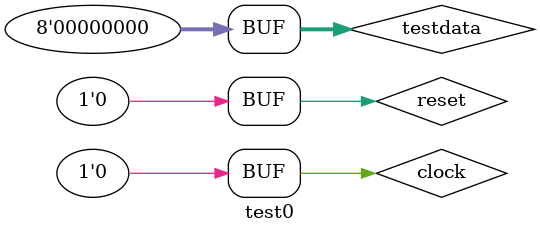
<source format=v>
module test0();
localparam CYCLES = 8;
reg clock = 1'b0;
reg reset = 1'b0;

reg [7:0] testdata = 8'b00000000;

wire dout;

shift_reg_piso #(.size(8)) sr(
	.clk(clock),
	.reset(reset),
	.datain(testdata),
	.dataout(dout)
);

initial begin
	reset = 1'b1;
	#1 reset = 1'b0;
end

always @ (posedge clock) begin
	$display("Posedge");
	$display("%b", dout);
end

initial repeat(CYCLES*2) begin
	#5 clock = ~clock;
end

endmodule


</source>
